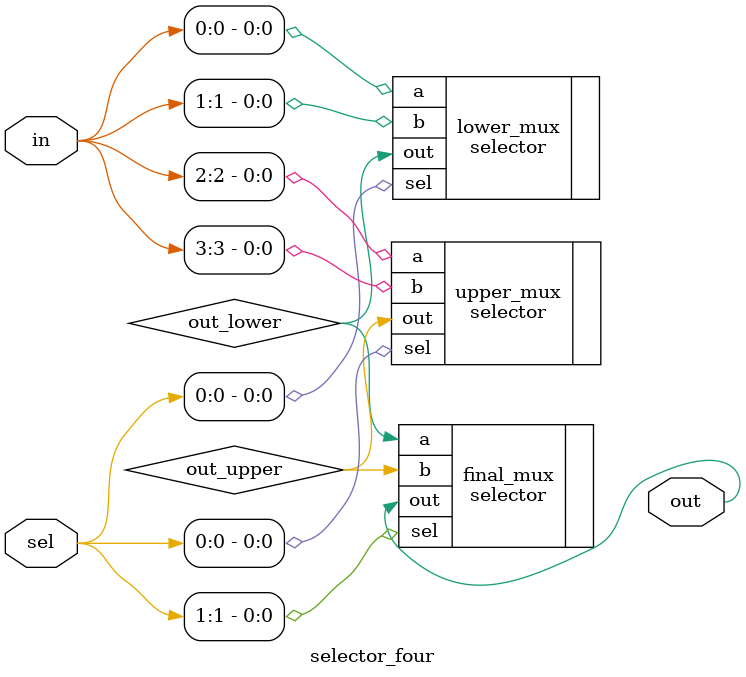
<source format=v>
module selector_four(
	input wire [3:0] in, // 4个输入
	input wire [1:0] sel, // 2位选择信号
	output wire out
);
	wire out_upper, out_lower;

	// 使用两个2选1选择器来实现上半部分和下半部分的选择
	selector upper_mux(
		.a(in[2]),
		.b(in[3]),
		.sel(sel[0]),
		.out(out_upper)
	);

	selector lower_mux(
		.a(in[0]),
		.b(in[1]),
		.sel(sel[0]),
		.out(out_lower)
	);

	// 使用另一个2选1选择器来根据sel[1]选择最终输出
	selector final_mux(
		.a(out_lower),
		.b(out_upper),
		.sel(sel[1]),
		.out(out)
	);
endmodule
</source>
